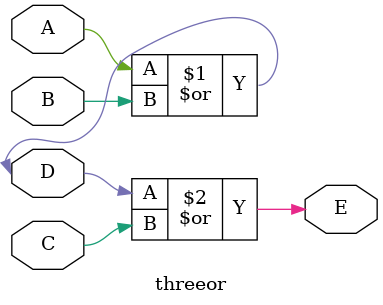
<source format=v>
`timescale 1ns / 1ps


module threeor(
    input A,
    input B,
    input C,
    inout D,
    output E
    );
    
    assign D = A | B;
    assign E = D | C;
    
endmodule

</source>
